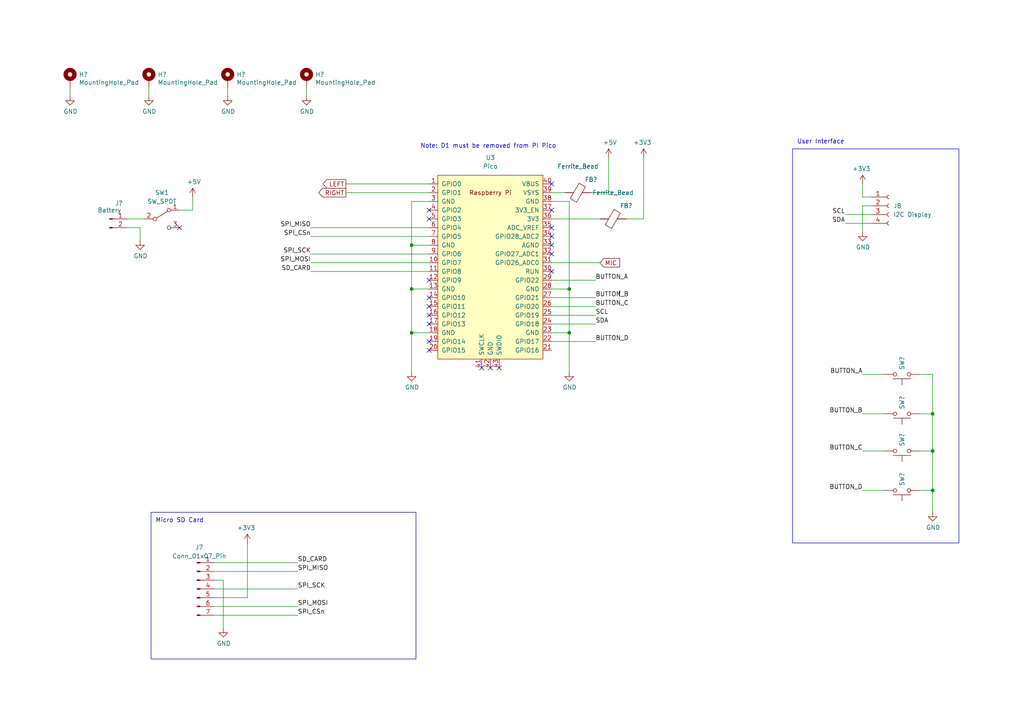
<source format=kicad_sch>
(kicad_sch (version 20230121) (generator eeschema)
  (paper "A4")
  (lib_symbols
    (symbol "Connector:Conn_01x04_Socket" (pin_names (offset 1.016) hide)
      (property "Reference" "J" (at 0 5.08 0))
      (property "Value" "Conn_01x04_Socket" (at 0 -7.62 0))
      (symbol "Conn_01x04_Socket_1_1"
        (arc (start 0 -4.572) (mid -0.5058 -5.08) (end 0 -5.588) (stroke (width 0.1524)))
        (arc (start 0 -2.032) (mid -0.5058 -2.54) (end 0 -3.048) (stroke (width 0.1524)))
        (polyline (pts (xy -1.27 -5.08) (xy -0.508 -5.08)) (stroke (width 0.1524)))
        (polyline (pts (xy -1.27 -2.54) (xy -0.508 -2.54)) (stroke (width 0.1524)))
        (polyline (pts (xy -1.27 0) (xy -0.508 0)) (stroke (width 0.1524)))
        (polyline (pts (xy -1.27 2.54) (xy -0.508 2.54)) (stroke (width 0.1524)))
        (arc (start 0 0.508) (mid -0.5058 0) (end 0 -0.508) (stroke (width 0.1524)))
        (arc (start 0 3.048) (mid -0.5058 2.54) (end 0 2.032) (stroke (width 0.1524)))
        (pin passive line (at -5.08 2.54 0) (length 3.81) (name "Pin_1") (number "1"))
        (pin passive line (at -5.08 0 0) (length 3.81) (name "Pin_2") (number "2"))
        (pin passive line (at -5.08 -2.54 0) (length 3.81) (name "Pin_3") (number "3"))
        (pin passive line (at -5.08 -5.08 0) (length 3.81) (name "Pin_4") (number "4"))
      )
    )
    (symbol "Connector:Conn_01x07_Pin" (pin_names (offset 1.016) hide)
      (property "Reference" "J" (at 0 10.16 0))
      (property "Value" "Conn_01x07_Pin" (at 0 -10.16 0))
      (symbol "Conn_01x07_Pin_1_1"
        (polyline (pts (xy 1.27 -7.62) (xy 0.8636 -7.62)) (stroke (width 0.1524)))
        (polyline (pts (xy 1.27 -5.08) (xy 0.8636 -5.08)) (stroke (width 0.1524)))
        (polyline (pts (xy 1.27 -2.54) (xy 0.8636 -2.54)) (stroke (width 0.1524)))
        (polyline (pts (xy 1.27 0) (xy 0.8636 0)) (stroke (width 0.1524)))
        (polyline (pts (xy 1.27 2.54) (xy 0.8636 2.54)) (stroke (width 0.1524)))
        (polyline (pts (xy 1.27 5.08) (xy 0.8636 5.08)) (stroke (width 0.1524)))
        (polyline (pts (xy 1.27 7.62) (xy 0.8636 7.62)) (stroke (width 0.1524)))
        (rectangle (start 0.8636 -7.493) (end 0 -7.747) (stroke (width 0.1524)) (fill (type outline)))
        (rectangle (start 0.8636 -4.953) (end 0 -5.207) (stroke (width 0.1524)) (fill (type outline)))
        (rectangle (start 0.8636 -2.413) (end 0 -2.667) (stroke (width 0.1524)) (fill (type outline)))
        (rectangle (start 0.8636 0.127) (end 0 -0.127) (stroke (width 0.1524)) (fill (type outline)))
        (rectangle (start 0.8636 2.667) (end 0 2.413) (stroke (width 0.1524)) (fill (type outline)))
        (rectangle (start 0.8636 5.207) (end 0 4.953) (stroke (width 0.1524)) (fill (type outline)))
        (rectangle (start 0.8636 7.747) (end 0 7.493) (stroke (width 0.1524)) (fill (type outline)))
        (pin passive line (at 5.08 7.62 180) (length 3.81) (name "Pin_1") (number "1"))
        (pin passive line (at 5.08 5.08 180) (length 3.81) (name "Pin_2") (number "2"))
        (pin passive line (at 5.08 2.54 180) (length 3.81) (name "Pin_3") (number "3"))
        (pin passive line (at 5.08 0 180) (length 3.81) (name "Pin_4") (number "4"))
        (pin passive line (at 5.08 -2.54 180) (length 3.81) (name "Pin_5") (number "5"))
        (pin passive line (at 5.08 -5.08 180) (length 3.81) (name "Pin_6") (number "6"))
        (pin passive line (at 5.08 -7.62 180) (length 3.81) (name "Pin_7") (number "7"))
      )
    )
    (symbol "Device:Ferrite_Bead" (pin_numbers hide) (pin_names (offset 0))
      (property "Reference" "FB" (at -3.81 0.635 90))
      (property "Value" "Device_Ferrite_Bead" (at 3.81 0 90))
      (symbol "Ferrite_Bead_0_1"
        (polyline (pts (xy 0 -1.27) (xy 0 -1.2192)))
        (polyline (pts (xy 0 1.27) (xy 0 1.2954)))
        (polyline (pts (xy -2.7686 0.4064) (xy -1.7018 2.2606) (xy 2.7686 -0.3048) (xy 1.6764 -2.159) (xy -2.7686 0.4064)))
      )
      (symbol "Ferrite_Bead_1_1"
        (pin passive line (at 0 3.81 270) (length 2.54) (name "~") (number "1"))
        (pin passive line (at 0 -3.81 90) (length 2.54) (name "~") (number "2"))
      )
    )
    (symbol "Mechanical:MountingHole_Pad" (pin_numbers hide) (pin_names (offset 1.016) hide)
      (property "Reference" "H" (at 0 6.35 0))
      (property "Value" "MountingHole_Pad" (at 0 4.445 0))
      (symbol "MountingHole_Pad_0_1"
        (circle (center 0 1.27) (radius 1.27) (stroke (width 1.27)))
      )
      (symbol "MountingHole_Pad_1_1"
        (pin input line (at 0 -2.54 90) (length 2.54) (name "1") (number "1"))
      )
    )
    (symbol "RADIO-rescue:Conn_01x02_Male-Connector" (pin_names (offset 1.016) hide)
      (property "Reference" "J" (at 0 2.54 0))
      (property "Value" "Connector_Conn_01x02_Male" (at 0 -5.08 0))
      (symbol "Conn_01x02_Male-Connector_1_1"
        (polyline (pts (xy 1.27 -2.54) (xy 0.8636 -2.54)) (stroke (width 0.1524)))
        (polyline (pts (xy 1.27 0) (xy 0.8636 0)) (stroke (width 0.1524)))
        (rectangle (start 0.8636 -2.413) (end 0 -2.667) (stroke (width 0.1524)) (fill (type outline)))
        (rectangle (start 0.8636 0.127) (end 0 -0.127) (stroke (width 0.1524)) (fill (type outline)))
        (pin passive line (at 5.08 0 180) (length 3.81) (name "Pin_1") (number "1"))
        (pin passive line (at 5.08 -2.54 180) (length 3.81) (name "Pin_2") (number "2"))
      )
    )
    (symbol "Switch:SW_Push" (pin_numbers hide) (pin_names (offset 1.016) hide)
      (property "Reference" "SW" (at 1.27 2.54 0))
      (property "Value" "SW_Push" (at 0 -1.524 0))
      (symbol "SW_Push_0_1"
        (circle (center -2.032 0) (radius 0.508))
        (polyline (pts (xy 0 1.27) (xy 0 3.048)))
        (polyline (pts (xy 2.54 1.27) (xy -2.54 1.27)))
        (circle (center 2.032 0) (radius 0.508))
        (pin passive line (at -5.08 0 0) (length 2.54) (name "1") (number "1"))
        (pin passive line (at 5.08 0 180) (length 2.54) (name "2") (number "2"))
      )
    )
    (symbol "Switch:SW_SPDT" (pin_names (offset 0) hide)
      (property "Reference" "SW" (at 0 4.318 0))
      (property "Value" "SW_SPDT" (at 0 -5.08 0))
      (symbol "SW_SPDT_0_0"
        (circle (center -2.032 0) (radius 0.508))
        (circle (center 2.032 -2.54) (radius 0.508))
      )
      (symbol "SW_SPDT_0_1"
        (polyline (pts (xy -1.524 0.254) (xy 1.651 2.286)))
        (circle (center 2.032 2.54) (radius 0.508))
      )
      (symbol "SW_SPDT_1_1"
        (pin passive line (at 5.08 2.54 180) (length 2.54) (name "A") (number "1"))
        (pin passive line (at -5.08 0 0) (length 2.54) (name "B") (number "2"))
        (pin passive line (at 5.08 -2.54 180) (length 2.54) (name "C") (number "3"))
      )
    )
    (symbol "pico:Pico" (pin_names (offset 1.016))
      (property "Reference" "U2" (at 0 29.21 0))
      (property "Value" "Pico" (at 0 16.51 0))
      (symbol "Pico_0_0"
        (text "Raspberry Pi" (at 0 21.59 0) (effects (font (size 1.27 1.27))))
      )
      (symbol "Pico_0_1"
        (rectangle (start -15.24 26.67) (end 15.24 -26.67) (fill (type background)))
      )
      (symbol "Pico_1_1"
        (pin bidirectional line (at -17.78 24.13 0) (length 2.54) (name "GPIO0") (number "1"))
        (pin bidirectional line (at -17.78 1.27 0) (length 2.54) (name "GPIO7") (number "10"))
        (pin bidirectional line (at -17.78 -1.27 0) (length 2.54) (name "GPIO8") (number "11"))
        (pin bidirectional line (at -17.78 -3.81 0) (length 2.54) (name "GPIO9") (number "12"))
        (pin power_in line (at -17.78 -6.35 0) (length 2.54) (name "GND") (number "13"))
        (pin bidirectional line (at -17.78 -8.89 0) (length 2.54) (name "GPIO10") (number "14"))
        (pin bidirectional line (at -17.78 -11.43 0) (length 2.54) (name "GPIO11") (number "15"))
        (pin bidirectional line (at -17.78 -13.97 0) (length 2.54) (name "GPIO12") (number "16"))
        (pin bidirectional line (at -17.78 -16.51 0) (length 2.54) (name "GPIO13") (number "17"))
        (pin power_in line (at -17.78 -19.05 0) (length 2.54) (name "GND") (number "18"))
        (pin bidirectional line (at -17.78 -21.59 0) (length 2.54) (name "GPIO14") (number "19"))
        (pin bidirectional line (at -17.78 21.59 0) (length 2.54) (name "GPIO1") (number "2"))
        (pin bidirectional line (at -17.78 -24.13 0) (length 2.54) (name "GPIO15") (number "20"))
        (pin bidirectional line (at 17.78 -24.13 180) (length 2.54) (name "GPIO16") (number "21"))
        (pin bidirectional line (at 17.78 -21.59 180) (length 2.54) (name "GPIO17") (number "22"))
        (pin power_in line (at 17.78 -19.05 180) (length 2.54) (name "GND") (number "23"))
        (pin bidirectional line (at 17.78 -16.51 180) (length 2.54) (name "GPIO18") (number "24"))
        (pin bidirectional line (at 17.78 -13.97 180) (length 2.54) (name "GPIO19") (number "25"))
        (pin bidirectional line (at 17.78 -11.43 180) (length 2.54) (name "GPIO20") (number "26"))
        (pin bidirectional line (at 17.78 -8.89 180) (length 2.54) (name "GPIO21") (number "27"))
        (pin power_in line (at 17.78 -6.35 180) (length 2.54) (name "GND") (number "28"))
        (pin bidirectional line (at 17.78 -3.81 180) (length 2.54) (name "GPIO22") (number "29"))
        (pin power_in line (at -17.78 19.05 0) (length 2.54) (name "GND") (number "3"))
        (pin input line (at 17.78 -1.27 180) (length 2.54) (name "RUN") (number "30"))
        (pin bidirectional line (at 17.78 1.27 180) (length 2.54) (name "GPIO26_ADC0") (number "31"))
        (pin bidirectional line (at 17.78 3.81 180) (length 2.54) (name "GPIO27_ADC1") (number "32"))
        (pin power_in line (at 17.78 6.35 180) (length 2.54) (name "AGND") (number "33"))
        (pin bidirectional line (at 17.78 8.89 180) (length 2.54) (name "GPIO28_ADC2") (number "34"))
        (pin unspecified line (at 17.78 11.43 180) (length 2.54) (name "ADC_VREF") (number "35"))
        (pin unspecified line (at 17.78 13.97 180) (length 2.54) (name "3V3") (number "36"))
        (pin input line (at 17.78 16.51 180) (length 2.54) (name "3V3_EN") (number "37"))
        (pin bidirectional line (at 17.78 19.05 180) (length 2.54) (name "GND") (number "38"))
        (pin unspecified line (at 17.78 21.59 180) (length 2.54) (name "VSYS") (number "39"))
        (pin bidirectional line (at -17.78 16.51 0) (length 2.54) (name "GPIO2") (number "4"))
        (pin unspecified line (at 17.78 24.13 180) (length 2.54) (name "VBUS") (number "40"))
        (pin input line (at -2.54 -29.21 90) (length 2.54) (name "SWCLK") (number "41"))
        (pin power_in line (at 0 -29.21 90) (length 2.54) (name "GND") (number "42"))
        (pin bidirectional line (at 2.54 -29.21 90) (length 2.54) (name "SWDIO") (number "43"))
        (pin bidirectional line (at -17.78 13.97 0) (length 2.54) (name "GPIO3") (number "5"))
        (pin bidirectional line (at -17.78 11.43 0) (length 2.54) (name "GPIO4") (number "6"))
        (pin bidirectional line (at -17.78 8.89 0) (length 2.54) (name "GPIO5") (number "7"))
        (pin power_in line (at -17.78 6.35 0) (length 2.54) (name "GND") (number "8"))
        (pin bidirectional line (at -17.78 3.81 0) (length 2.54) (name "GPIO6") (number "9"))
      )
    )
    (symbol "power:+3V3" (power) (pin_names (offset 0))
      (property "Value" "+3V3" (at 0 3.556 0))
      (symbol "+3V3_0_1"
        (polyline (pts (xy -0.762 1.27) (xy 0 2.54)))
        (polyline (pts (xy 0 0) (xy 0 2.54)))
        (polyline (pts (xy 0 2.54) (xy 0.762 1.27)))
      )
      (symbol "+3V3_1_1"
        (pin power_in line (at 0 0 90) (length 0) hide (name "+3V3") (number "1"))
      )
    )
    (symbol "power:+5V" (power) (pin_names (offset 0))
      (property "Value" "+5V" (at 0 3.556 0))
      (symbol "+5V_0_1"
        (polyline (pts (xy -0.762 1.27) (xy 0 2.54)))
        (polyline (pts (xy 0 0) (xy 0 2.54)))
        (polyline (pts (xy 0 2.54) (xy 0.762 1.27)))
      )
      (symbol "+5V_1_1"
        (pin power_in line (at 0 0 90) (length 0) hide (name "+5V") (number "1"))
      )
    )
    (symbol "power:GND" (power) (pin_names (offset 0))
      (property "Value" "GND" (at 0 -3.81 0))
      (symbol "GND_0_1"
        (polyline (pts (xy 0 0) (xy 0 -1.27) (xy 1.27 -1.27) (xy 0 -2.54) (xy -1.27 -1.27) (xy 0 -1.27)))
      )
      (symbol "GND_1_1"
        (pin power_in line (at 0 0 270) (length 0) hide (name "GND") (number "1"))
      )
    )
  )
  (junction (at 270.51 130.81))
  (junction (at 119.38 96.52))
  (junction (at 270.51 142.24))
  (junction (at 165.1 83.82))
  (junction (at 119.38 83.82))
  (junction (at 119.38 71.12))
  (junction (at 165.1 96.52))
  (junction (at 270.51 120.015))
  (no_connect (at 124.46 60.96))
  (no_connect (at 52.07 66.04))
  (no_connect (at 142.24 106.68))
  (no_connect (at 160.02 53.34))
  (no_connect (at 160.02 68.58))
  (no_connect (at 160.02 60.96))
  (no_connect (at 160.02 78.74))
  (no_connect (at 124.46 81.28))
  (no_connect (at 124.46 99.06))
  (no_connect (at 124.46 63.5))
  (no_connect (at 124.46 88.9))
  (no_connect (at 160.02 73.66))
  (no_connect (at 124.46 93.98))
  (no_connect (at 124.46 91.44))
  (no_connect (at 139.7 106.68))
  (no_connect (at 124.46 101.6))
  (no_connect (at 160.02 71.12))
  (no_connect (at 144.78 106.68))
  (no_connect (at 124.46 86.36))
  (no_connect (at 160.02 66.04))
  (wire (pts (xy 176.53 55.88) (xy 171.45 55.88)))
  (wire (pts (xy 160.02 93.98) (xy 172.72 93.98)))
  (wire (pts (xy 36.83 63.5) (xy 41.91 63.5)))
  (wire (pts (xy 165.1 96.52) (xy 165.1 107.95)))
  (wire (pts (xy 20.32 25.4) (xy 20.32 27.94)))
  (wire (pts (xy 90.17 76.2) (xy 124.46 76.2)))
  (wire (pts (xy 119.38 58.42) (xy 119.38 71.12)))
  (wire (pts (xy 266.7 108.585) (xy 270.51 108.585)))
  (wire (pts (xy 119.38 71.12) (xy 119.38 83.82)))
  (wire (pts (xy 266.7 120.015) (xy 270.51 120.015)))
  (wire (pts (xy 160.02 58.42) (xy 165.1 58.42)))
  (wire (pts (xy 250.19 53.34) (xy 250.19 57.15)))
  (wire (pts (xy 55.88 60.96) (xy 55.88 57.15)))
  (wire (pts (xy 124.46 71.12) (xy 119.38 71.12)))
  (wire (pts (xy 62.23 173.355) (xy 71.755 173.355)))
  (wire (pts (xy 270.51 120.015) (xy 270.51 130.81)))
  (wire (pts (xy 90.17 73.66) (xy 124.46 73.66)))
  (wire (pts (xy 252.73 59.69) (xy 250.19 59.69)))
  (wire (pts (xy 250.19 59.69) (xy 250.19 67.31)))
  (wire (pts (xy 62.23 175.895) (xy 86.36 175.895)))
  (wire (pts (xy 62.23 170.815) (xy 86.36 170.815)))
  (wire (pts (xy 90.17 66.04) (xy 124.46 66.04)))
  (wire (pts (xy 124.46 96.52) (xy 119.38 96.52)))
  (wire (pts (xy 36.83 66.04) (xy 40.64 66.04)))
  (wire (pts (xy 160.02 86.36) (xy 172.72 86.36)))
  (wire (pts (xy 160.02 88.9) (xy 172.72 88.9)))
  (wire (pts (xy 124.46 58.42) (xy 119.38 58.42)))
  (wire (pts (xy 66.04 25.4) (xy 66.04 27.94)))
  (wire (pts (xy 160.02 81.28) (xy 172.72 81.28)))
  (wire (pts (xy 119.38 83.82) (xy 119.38 96.52)))
  (wire (pts (xy 160.02 63.5) (xy 173.99 63.5)))
  (wire (pts (xy 52.07 60.96) (xy 55.88 60.96)))
  (wire (pts (xy 181.61 63.5) (xy 186.69 63.5)))
  (wire (pts (xy 62.23 178.435) (xy 86.36 178.435)))
  (wire (pts (xy 119.38 96.52) (xy 119.38 107.95)))
  (wire (pts (xy 90.17 78.74) (xy 124.46 78.74)))
  (wire (pts (xy 62.23 163.195) (xy 86.36 163.195)))
  (wire (pts (xy 270.51 142.24) (xy 266.7 142.24)))
  (wire (pts (xy 266.7 130.81) (xy 270.51 130.81)))
  (wire (pts (xy 250.19 130.81) (xy 256.54 130.81)))
  (wire (pts (xy 62.23 168.275) (xy 64.77 168.275)))
  (wire (pts (xy 245.11 64.77) (xy 252.73 64.77)))
  (wire (pts (xy 90.17 68.58) (xy 124.46 68.58)))
  (wire (pts (xy 165.1 83.82) (xy 165.1 96.52)))
  (wire (pts (xy 250.19 120.015) (xy 256.54 120.015)))
  (wire (pts (xy 270.51 108.585) (xy 270.51 120.015)))
  (wire (pts (xy 160.02 91.44) (xy 172.72 91.44)))
  (wire (pts (xy 270.51 142.24) (xy 270.51 148.59)))
  (wire (pts (xy 64.77 168.275) (xy 64.77 182.245)))
  (wire (pts (xy 160.02 55.88) (xy 163.83 55.88)))
  (wire (pts (xy 160.02 96.52) (xy 165.1 96.52)))
  (wire (pts (xy 71.755 157.48) (xy 71.755 173.355)))
  (wire (pts (xy 62.23 165.735) (xy 86.36 165.735)))
  (wire (pts (xy 124.46 83.82) (xy 119.38 83.82)))
  (wire (pts (xy 88.9 25.4) (xy 88.9 27.94)))
  (wire (pts (xy 245.11 62.23) (xy 252.73 62.23)))
  (wire (pts (xy 100.33 55.88) (xy 124.46 55.88)))
  (wire (pts (xy 100.33 53.34) (xy 124.46 53.34)))
  (wire (pts (xy 250.19 142.24) (xy 256.54 142.24)))
  (wire (pts (xy 165.1 58.42) (xy 165.1 83.82)))
  (wire (pts (xy 160.02 76.2) (xy 173.99 76.2)))
  (wire (pts (xy 40.64 66.04) (xy 40.64 69.85)))
  (bus (pts (xy 179.705 84.455) (xy 179.705 85.09)))
  (wire (pts (xy 250.19 57.15) (xy 252.73 57.15)))
  (wire (pts (xy 160.02 83.82) (xy 165.1 83.82)))
  (wire (pts (xy 43.18 25.4) (xy 43.18 27.94)))
  (wire (pts (xy 176.53 45.72) (xy 176.53 55.88)))
  (wire (pts (xy 250.19 108.585) (xy 256.54 108.585)))
  (wire (pts (xy 270.51 130.81) (xy 270.51 142.24)))
  (wire (pts (xy 160.02 99.06) (xy 172.72 99.06)))
  (wire (pts (xy 186.69 63.5) (xy 186.69 45.72)))
  (rectangle (start 43.815 148.59) (end 120.65 191.135))
  (rectangle (start 229.87 43.18) (end 278.13 157.48))
  (text "Micro SD Card" (at 45.085 151.765 0) (effects (font (size 1.27 1.27)) (justify left bottom)))
  (text "Note: D1 must be removed from PI Pico" (at 121.92 43.18 0) (effects (font (size 1.27 1.27)) (justify left bottom)))
  (text "User Interface" (at 231.14 41.91 0) (effects (font (size 1.27 1.27)) (justify left bottom)))
  (label "SD_CARD" (at 86.36 163.195 0))
  (label "SPI_MOSI" (at 86.36 175.895 0))
  (label "BUTTON_D" (at 172.72 99.06 0))
  (label "SDA" (at 172.72 93.98 0))
  (label "BUTTON_A" (at 250.19 108.585 180))
  (label "BUTTON_C" (at 250.19 130.81 180))
  (label "SPI_CSn" (at 86.36 178.435 0))
  (label "SPI_MISO" (at 86.36 165.735 0))
  (label "SPI_MOSI" (at 90.17 76.2 180))
  (label "SPI_MISO" (at 90.17 66.04 180))
  (label "SPI_CSn" (at 90.17 68.58 180))
  (label "BUTTON_B" (at 250.19 120.015 180))
  (label "SCL" (at 172.72 91.44 0))
  (label "SPI_SCK" (at 90.17 73.66 180))
  (label "BUTTON_A" (at 172.72 81.28 0))
  (label "BUTTON_D" (at 250.19 142.24 180))
  (label "BUTTON_B" (at 172.72 86.36 0))
  (label "SD_CARD" (at 90.17 78.74 180))
  (label "SDA" (at 245.11 64.77 180))
  (label "SPI_SCK" (at 86.36 170.815 0))
  (label "BUTTON_C" (at 172.72 88.9 0))
  (label "SCL" (at 245.11 62.23 180))
  (global_label "MIC" (shape input) (at 173.99 76.2 0) (property "Intersheetrefs" "${INTERSHEET_REFS}" (effects hide)))
  (global_label "RIGHT" (shape output) (at 100.33 55.88 180) (property "Intersheetrefs" "${INTERSHEET_REFS}" (effects hide)))
  (global_label "LEFT" (shape output) (at 100.33 53.34 180) (property "Intersheetrefs" "${INTERSHEET_REFS}" (effects hide)))
  (symbol (lib_id "Mechanical:MountingHole_Pad") (at 88.9 22.86 0) (unit 1)
    (property "Reference" "H?" (at 91.44 21.6154 0) (effects (justify left)))
    (property "Value" "MountingHole_Pad" (at 91.44 23.9268 0) (effects (justify left)))
    (property "Footprint" "MountingHole:MountingHole_3.2mm_M3_Pad" (effects hide))
    (instances (project "RADIO" (path "" (reference "H?") (unit 1))) (project "pico_rx" (path "" (reference "H4") (unit 1))))
  )
  (symbol (lib_id "pico:Pico") (at 142.24 77.47 0) (unit 1)
    (property "Reference" "U3" (at 142.24 45.72 0))
    (property "Value" "Pico" (at 142.24 48.26 0))
    (property "Footprint" "reciever:RPi_Pico_SMD_TH" (effects hide))
  )
  (symbol (lib_id "Switch:SW_SPDT") (at 46.99 63.5 0) (unit 1)
    (property "Reference" "SW1" (at 46.99 55.88 0))
    (property "Value" "SW_SPDT" (at 46.99 58.42 0))
    (property "Footprint" "Button_Switch_THT:SW_Slide_1P2T_CK_OS102011MS2Q" (effects hide))
  )
  (symbol (lib_id "Switch:SW_Push") (at 261.62 108.585 180) (unit 1)
    (property "Reference" "SW?" (at 261.62 107.315 90) (effects (justify right)))
    (property "Value" "SW_Push" (effects hide))
    (property "Footprint" "Button_Switch_THT:SW_Tactile_Straight_KSA0Axx1LFTR" (effects hide))
    (instances (project "RADIO" (path "" (reference "SW?") (unit 1))) (project "pico_rx" (path "" (reference "SW2") (unit 1))))
  )
  (symbol (lib_id "RADIO-rescue:Conn_01x02_Male-Connector") (at 31.75 63.5 0) (unit 1)
    (property "Reference" "J?" (at 34.4932 58.9534 0))
    (property "Value" "Battery" (at 31.75 60.96 0))
    (property "Footprint" "Connector_PinHeader_2.54mm:PinHeader_1x02_P2.54mm_Vertical" (effects hide))
    (instances (project "RADIO" (path "" (reference "J?") (unit 1))) (project "pico_rx" (path "" (reference "J6") (unit 1))))
  )
  (symbol (lib_id "Mechanical:MountingHole_Pad") (at 66.04 22.86 0) (unit 1)
    (property "Reference" "H?" (at 68.58 21.6154 0) (effects (justify left)))
    (property "Value" "MountingHole_Pad" (at 68.58 23.9268 0) (effects (justify left)))
    (property "Footprint" "MountingHole:MountingHole_3.2mm_M3_Pad" (effects hide))
    (instances (project "RADIO" (path "" (reference "H?") (unit 1))) (project "pico_rx" (path "" (reference "H3") (unit 1))))
  )
  (symbol (lib_id "power:GND") (at 119.38 107.95 0) (unit 1)
    (property "Reference" "#PWR?" (effects hide))
    (property "Value" "GND" (at 119.507 112.3442 0))
    (instances (project "RADIO" (path "" (reference "#PWR?") (unit 1))) (project "pico_rx" (path "" (reference "#PWR017") (unit 1))))
  )
  (symbol (lib_id "power:GND") (at 66.04 27.94 0) (unit 1)
    (property "Reference" "#PWR?" (effects hide))
    (property "Value" "GND" (at 66.167 32.3342 0))
    (instances (project "RADIO" (path "" (reference "#PWR?") (unit 1))) (project "pico_rx" (path "" (reference "#PWR015") (unit 1))))
  )
  (symbol (lib_id "power:GND") (at 88.9 27.94 0) (unit 1)
    (property "Reference" "#PWR?" (effects hide))
    (property "Value" "GND" (at 89.027 32.3342 0))
    (instances (project "RADIO" (path "" (reference "#PWR?") (unit 1))) (project "pico_rx" (path "" (reference "#PWR016") (unit 1))))
  )
  (symbol (lib_id "power:GND") (at 43.18 27.94 0) (unit 1)
    (property "Reference" "#PWR?" (effects hide))
    (property "Value" "GND" (at 43.307 32.3342 0))
    (instances (project "RADIO" (path "" (reference "#PWR?") (unit 1))) (project "pico_rx" (path "" (reference "#PWR013") (unit 1))))
  )
  (symbol (lib_id "Connector:Conn_01x07_Pin") (at 57.15 170.815 0) (unit 1)
    (property "Reference" "J7" (at 57.785 158.75 0))
    (property "Value" "Conn_01x07_Pin" (at 57.785 161.29 0))
    (property "Footprint" "reciever:BOB-00544 MicroSD" (effects hide))
  )
  (symbol (lib_id "power:+3V3") (at 186.69 45.72 0) (mirror y) (unit 1)
    (property "Reference" "#PWR?" (effects hide))
    (property "Value" "+3V3" (at 186.309 41.3258 0))
    (instances (project "RADIO" (path "" (reference "#PWR?") (unit 1))) (project "pico_rx" (path "" (reference "#PWR022") (unit 1))))
  )
  (symbol (lib_id "power:+5V") (at 176.53 45.72 0) (unit 1)
    (property "Reference" "#PWR?" (effects hide))
    (property "Value" "+5V" (at 176.911 41.3258 0))
    (instances (project "RADIO" (path "" (reference "#PWR?") (unit 1))) (project "pico_rx" (path "" (reference "#PWR021") (unit 1))))
  )
  (symbol (lib_id "power:GND") (at 270.51 148.59 0) (unit 1)
    (property "Reference" "#PWR?" (effects hide))
    (property "Value" "GND" (at 270.637 152.9842 0))
    (instances (project "RADIO" (path "" (reference "#PWR?") (unit 1))) (project "pico_rx" (path "" (reference "#PWR026") (unit 1))))
  )
  (symbol (lib_id "power:GND") (at 64.77 182.245 0) (unit 1)
    (property "Reference" "#PWR?" (effects hide))
    (property "Value" "GND" (at 64.897 186.6392 0))
    (instances (project "RADIO" (path "" (reference "#PWR?") (unit 1))) (project "pico_rx" (path "" (reference "#PWR018") (unit 1))))
  )
  (symbol (lib_id "Connector:Conn_01x04_Socket") (at 257.81 59.69 0) (unit 1)
    (property "Reference" "J8" (at 259.08 59.69 0) (effects (justify left)))
    (property "Value" "I2C Display" (at 259.08 62.23 0) (effects (justify left)))
    (property "Footprint" "reciever:SDD1306" (effects hide))
  )
  (symbol (lib_id "Device:Ferrite_Bead") (at 167.64 55.88 90) (unit 1)
    (property "Reference" "FB?" (at 171.45 52.07 90))
    (property "Value" "Ferrite_Bead" (at 167.64 48.26 90))
    (property "Footprint" "Inductor_SMD:L_0805_2012Metric" (effects hide))
    (instances (project "RADIO" (path "" (reference "FB?") (unit 1))) (project "pico_rx" (path "" (reference "FB1") (unit 1))))
  )
  (symbol (lib_id "power:GND") (at 40.64 69.85 0) (unit 1)
    (property "Reference" "#PWR?" (effects hide))
    (property "Value" "GND" (at 40.767 74.2442 0))
    (instances (project "RADIO" (path "" (reference "#PWR?") (unit 1))) (project "pico_rx" (path "" (reference "#PWR012") (unit 1))))
  )
  (symbol (lib_id "power:GND") (at 165.1 107.95 0) (unit 1)
    (property "Reference" "#PWR?" (effects hide))
    (property "Value" "GND" (at 165.227 112.3442 0))
    (instances (project "RADIO" (path "" (reference "#PWR?") (unit 1))) (project "pico_rx" (path "" (reference "#PWR020") (unit 1))))
  )
  (symbol (lib_id "Switch:SW_Push") (at 261.62 130.81 180) (unit 1)
    (property "Reference" "SW?" (at 261.62 129.54 90) (effects (justify right)))
    (property "Value" "SW_Push" (effects hide))
    (property "Footprint" "Button_Switch_THT:SW_Tactile_Straight_KSA0Axx1LFTR" (effects hide))
    (instances (project "RADIO" (path "" (reference "SW?") (unit 1))) (project "pico_rx" (path "" (reference "SW4") (unit 1))))
  )
  (symbol (lib_id "Device:Ferrite_Bead") (at 177.8 63.5 90) (unit 1)
    (property "Reference" "FB?" (at 181.61 59.69 90))
    (property "Value" "Ferrite_Bead" (at 177.8 55.88 90))
    (property "Footprint" "Inductor_SMD:L_0805_2012Metric" (effects hide))
    (instances (project "RADIO" (path "" (reference "FB?") (unit 1))) (project "pico_rx" (path "" (reference "FB2") (unit 1))))
  )
  (symbol (lib_id "power:+5V") (at 55.88 57.15 0) (unit 1)
    (property "Reference" "#PWR?" (effects hide))
    (property "Value" "+5V" (at 56.261 52.7558 0))
    (instances (project "RADIO" (path "" (reference "#PWR?") (unit 1))) (project "pico_rx" (path "" (reference "#PWR014") (unit 1))))
  )
  (symbol (lib_id "power:GND") (at 20.32 27.94 0) (unit 1)
    (property "Reference" "#PWR?" (effects hide))
    (property "Value" "GND" (at 20.447 32.3342 0))
    (instances (project "RADIO" (path "" (reference "#PWR?") (unit 1))) (project "pico_rx" (path "" (reference "#PWR011") (unit 1))))
  )
  (symbol (lib_id "Mechanical:MountingHole_Pad") (at 20.32 22.86 0) (unit 1)
    (property "Reference" "H?" (at 22.86 21.6154 0) (effects (justify left)))
    (property "Value" "MountingHole_Pad" (at 22.86 23.9268 0) (effects (justify left)))
    (property "Footprint" "MountingHole:MountingHole_3.2mm_M3_Pad" (effects hide))
    (instances (project "RADIO" (path "" (reference "H?") (unit 1))) (project "pico_rx" (path "" (reference "H1") (unit 1))))
  )
  (symbol (lib_id "power:+3V3") (at 250.19 53.34 0) (mirror y) (unit 1)
    (property "Reference" "#PWR?" (effects hide))
    (property "Value" "+3V3" (at 249.809 48.9458 0))
    (instances (project "RADIO" (path "" (reference "#PWR?") (unit 1))) (project "pico_rx" (path "" (reference "#PWR023") (unit 1))))
  )
  (symbol (lib_id "Switch:SW_Push") (at 261.62 142.24 180) (unit 1)
    (property "Reference" "SW?" (at 261.62 140.97 90) (effects (justify right)))
    (property "Value" "SW_Push" (effects hide))
    (property "Footprint" "Button_Switch_THT:SW_Tactile_Straight_KSA0Axx1LFTR" (effects hide))
    (instances (project "RADIO" (path "" (reference "SW?") (unit 1))) (project "pico_rx" (path "" (reference "SW5") (unit 1))))
  )
  (symbol (lib_id "power:+3V3") (at 71.755 157.48 0) (mirror y) (unit 1)
    (property "Reference" "#PWR?" (effects hide))
    (property "Value" "+3V3" (at 71.374 153.0858 0))
    (instances (project "RADIO" (path "" (reference "#PWR?") (unit 1))) (project "pico_rx" (path "" (reference "#PWR019") (unit 1))))
  )
  (symbol (lib_id "power:GND") (at 250.19 67.31 0) (unit 1)
    (property "Reference" "#PWR?" (effects hide))
    (property "Value" "GND" (at 250.317 71.7042 0))
    (instances (project "RADIO" (path "" (reference "#PWR?") (unit 1))) (project "pico_rx" (path "" (reference "#PWR024") (unit 1))))
  )
  (symbol (lib_id "Mechanical:MountingHole_Pad") (at 43.18 22.86 0) (unit 1)
    (property "Reference" "H?" (at 45.72 21.6154 0) (effects (justify left)))
    (property "Value" "MountingHole_Pad" (at 45.72 23.9268 0) (effects (justify left)))
    (property "Footprint" "MountingHole:MountingHole_3.2mm_M3_Pad" (effects hide))
    (instances (project "RADIO" (path "" (reference "H?") (unit 1))) (project "pico_rx" (path "" (reference "H2") (unit 1))))
  )
  (symbol (lib_id "Switch:SW_Push") (at 261.62 120.015 180) (unit 1)
    (property "Reference" "SW?" (at 261.62 118.745 90) (effects (justify right)))
    (property "Value" "SW_Push" (effects hide))
    (property "Footprint" "Button_Switch_THT:SW_Tactile_Straight_KSA0Axx1LFTR" (effects hide))
    (instances (project "RADIO" (path "" (reference "SW?") (unit 1))) (project "pico_rx" (path "" (reference "SW3") (unit 1))))
  )
)
</source>
